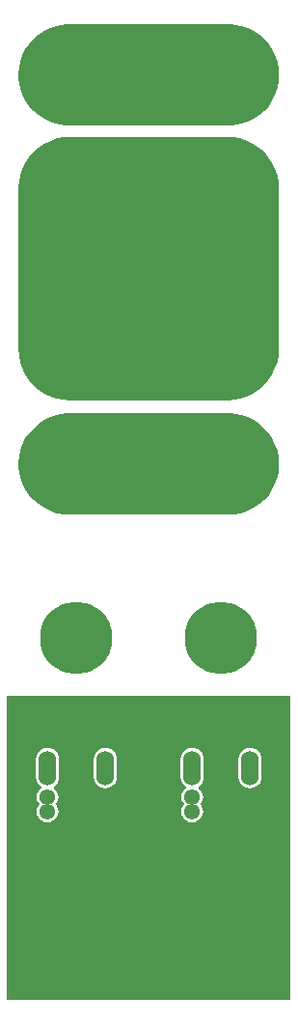
<source format=gbl>
G04 Layer_Physical_Order=2*
G04 Layer_Color=16711680*
%FSAX24Y24*%
%MOIN*%
G70*
G01*
G75*
%ADD12C,0.0543*%
%ADD13C,0.1575*%
%ADD14O,0.0600X0.1200*%
%ADD15C,0.2500*%
%ADD16R,0.9800X0.5900*%
G36*
X017866Y034750D02*
X018204Y034694D01*
X018421Y034620D01*
X018627Y034519D01*
X018818Y034391D01*
X018990Y034240D01*
X019141Y034068D01*
X019269Y033877D01*
X019370Y033671D01*
X019444Y033454D01*
X019489Y033229D01*
X019504Y033000D01*
X019489Y032771D01*
X019444Y032546D01*
X019370Y032329D01*
X019269Y032123D01*
X019141Y031932D01*
X018990Y031760D01*
X018818Y031609D01*
X018627Y031481D01*
X018421Y031380D01*
X018204Y031306D01*
X017880Y031251D01*
X017770Y031250D01*
X012250Y031250D01*
X012135D01*
X011796Y031306D01*
X011579Y031380D01*
X011373Y031481D01*
X011182Y031609D01*
X011010Y031760D01*
X010859Y031932D01*
X010731Y032123D01*
X010630Y032329D01*
X010556Y032546D01*
X010500Y032885D01*
Y033000D01*
X010500Y033000D01*
X010500Y033057D01*
X010511Y033229D01*
X010556Y033454D01*
X010630Y033671D01*
X010731Y033877D01*
X010859Y034068D01*
X011010Y034240D01*
X011182Y034391D01*
X011373Y034519D01*
X011579Y034620D01*
X011796Y034694D01*
X012135Y034750D01*
X012250D01*
X012250Y034750D01*
X017752Y034750D01*
X017866Y034750D01*
D02*
G37*
G36*
X019900Y014500D02*
X010100D01*
Y025000D01*
X019900D01*
Y014500D01*
D02*
G37*
G36*
X017866Y048187D02*
X018204Y048131D01*
X018421Y048057D01*
X018627Y047956D01*
X018818Y047828D01*
X018990Y047677D01*
X019141Y047505D01*
X019269Y047314D01*
X019370Y047108D01*
X019444Y046891D01*
X019489Y046666D01*
X019504Y046437D01*
X019489Y046208D01*
X019444Y045983D01*
X019370Y045766D01*
X019269Y045560D01*
X019141Y045369D01*
X018990Y045197D01*
X018818Y045046D01*
X018627Y044918D01*
X018421Y044817D01*
X018204Y044743D01*
X017880Y044688D01*
X017770Y044687D01*
X012250Y044687D01*
X012135D01*
X011796Y044743D01*
X011579Y044817D01*
X011373Y044918D01*
X011182Y045046D01*
X011010Y045197D01*
X010859Y045369D01*
X010731Y045560D01*
X010630Y045766D01*
X010556Y045983D01*
X010500Y046322D01*
Y046437D01*
X010500Y046437D01*
X010500Y046494D01*
X010511Y046666D01*
X010556Y046891D01*
X010630Y047108D01*
X010731Y047314D01*
X010859Y047505D01*
X011010Y047677D01*
X011182Y047828D01*
X011373Y047956D01*
X011579Y048057D01*
X011796Y048131D01*
X012135Y048187D01*
X012250D01*
X012250Y048187D01*
X017752Y048187D01*
X017866Y048187D01*
D02*
G37*
G36*
X017700Y044300D02*
X017759D01*
X017935Y044288D01*
X018167Y044242D01*
X018390Y044167D01*
X018602Y044062D01*
X018798Y043931D01*
X018976Y043776D01*
X019131Y043598D01*
X019262Y043402D01*
X019367Y043190D01*
X019442Y042967D01*
X019488Y042735D01*
X019500Y042559D01*
Y042500D01*
Y037000D01*
Y037000D01*
Y036941D01*
X019488Y036765D01*
X019442Y036533D01*
X019367Y036310D01*
X019262Y036098D01*
X019131Y035902D01*
X018976Y035724D01*
X018798Y035569D01*
X018602Y035438D01*
X018390Y035333D01*
X018167Y035258D01*
X017935Y035212D01*
X017759Y035200D01*
X017700D01*
X012300Y035200D01*
X012300Y035200D01*
X012241D01*
X012065Y035212D01*
X011833Y035258D01*
X011610Y035333D01*
X011398Y035438D01*
X011202Y035569D01*
X011024Y035724D01*
X010869Y035902D01*
X010738Y036098D01*
X010633Y036310D01*
X010558Y036533D01*
X010512Y036765D01*
X010500Y036941D01*
Y037000D01*
X010500Y042500D01*
X010500Y042500D01*
Y042559D01*
X010512Y042735D01*
X010558Y042967D01*
X010633Y043190D01*
X010738Y043402D01*
X010869Y043598D01*
X011024Y043776D01*
X011202Y043931D01*
X011398Y044062D01*
X011610Y044167D01*
X011833Y044242D01*
X012065Y044288D01*
X012241Y044300D01*
X012300D01*
X017700Y044300D01*
X017700Y044300D01*
D02*
G37*
%LPC*%
G36*
X011500Y023203D02*
X011396Y023190D01*
X011298Y023149D01*
X011215Y023085D01*
X011151Y023002D01*
X011110Y022904D01*
X011097Y022800D01*
Y022200D01*
X011110Y022096D01*
X011151Y021998D01*
X011215Y021915D01*
X011281Y021864D01*
X011287Y021813D01*
X011284Y021803D01*
X011235Y021765D01*
X011175Y021687D01*
X011138Y021597D01*
X011125Y021500D01*
X011138Y021403D01*
X011175Y021313D01*
X011223Y021250D01*
X011175Y021187D01*
X011138Y021097D01*
X011125Y021000D01*
X011138Y020903D01*
X011175Y020813D01*
X011235Y020735D01*
X011313Y020675D01*
X011403Y020638D01*
X011500Y020625D01*
X011597Y020638D01*
X011687Y020675D01*
X011765Y020735D01*
X011825Y020813D01*
X011862Y020903D01*
X011875Y021000D01*
X011862Y021097D01*
X011825Y021187D01*
X011777Y021250D01*
X011825Y021313D01*
X011862Y021403D01*
X011875Y021500D01*
X011862Y021597D01*
X011825Y021687D01*
X011765Y021765D01*
X011716Y021803D01*
X011713Y021813D01*
X011719Y021864D01*
X011785Y021915D01*
X011849Y021998D01*
X011890Y022096D01*
X011903Y022200D01*
Y022800D01*
X011890Y022904D01*
X011849Y023002D01*
X011785Y023085D01*
X011702Y023149D01*
X011604Y023190D01*
X011500Y023203D01*
D02*
G37*
G36*
X016500D02*
X016396Y023190D01*
X016298Y023149D01*
X016215Y023085D01*
X016151Y023002D01*
X016110Y022904D01*
X016097Y022800D01*
Y022200D01*
X016110Y022096D01*
X016151Y021998D01*
X016215Y021915D01*
X016281Y021864D01*
X016287Y021813D01*
X016284Y021803D01*
X016235Y021765D01*
X016175Y021687D01*
X016138Y021597D01*
X016125Y021500D01*
X016138Y021403D01*
X016175Y021313D01*
X016223Y021250D01*
X016175Y021187D01*
X016138Y021097D01*
X016125Y021000D01*
X016138Y020903D01*
X016175Y020813D01*
X016235Y020735D01*
X016313Y020675D01*
X016403Y020638D01*
X016500Y020625D01*
X016597Y020638D01*
X016687Y020675D01*
X016765Y020735D01*
X016825Y020813D01*
X016862Y020903D01*
X016875Y021000D01*
X016862Y021097D01*
X016825Y021187D01*
X016777Y021250D01*
X016825Y021313D01*
X016862Y021403D01*
X016875Y021500D01*
X016862Y021597D01*
X016825Y021687D01*
X016765Y021765D01*
X016716Y021803D01*
X016713Y021813D01*
X016719Y021864D01*
X016785Y021915D01*
X016849Y021998D01*
X016890Y022096D01*
X016903Y022200D01*
Y022800D01*
X016890Y022904D01*
X016849Y023002D01*
X016785Y023085D01*
X016702Y023149D01*
X016604Y023190D01*
X016500Y023203D01*
D02*
G37*
G36*
X018500D02*
X018396Y023190D01*
X018298Y023149D01*
X018215Y023085D01*
X018151Y023002D01*
X018110Y022904D01*
X018097Y022800D01*
Y022200D01*
X018110Y022096D01*
X018151Y021998D01*
X018215Y021915D01*
X018298Y021851D01*
X018396Y021810D01*
X018500Y021797D01*
X018604Y021810D01*
X018702Y021851D01*
X018785Y021915D01*
X018849Y021998D01*
X018890Y022096D01*
X018903Y022200D01*
Y022800D01*
X018890Y022904D01*
X018849Y023002D01*
X018785Y023085D01*
X018702Y023149D01*
X018604Y023190D01*
X018500Y023203D01*
D02*
G37*
G36*
X013500D02*
X013396Y023190D01*
X013298Y023149D01*
X013215Y023085D01*
X013151Y023002D01*
X013110Y022904D01*
X013097Y022800D01*
Y022200D01*
X013110Y022096D01*
X013151Y021998D01*
X013215Y021915D01*
X013298Y021851D01*
X013396Y021810D01*
X013500Y021797D01*
X013604Y021810D01*
X013702Y021851D01*
X013785Y021915D01*
X013849Y021998D01*
X013890Y022096D01*
X013903Y022200D01*
Y022800D01*
X013890Y022904D01*
X013849Y023002D01*
X013785Y023085D01*
X013702Y023149D01*
X013604Y023190D01*
X013500Y023203D01*
D02*
G37*
%LPD*%
D12*
X016500Y021500D02*
D03*
X011500D02*
D03*
Y021000D02*
D03*
X016500D02*
D03*
D13*
X015000Y042531D02*
D03*
Y046469D02*
D03*
Y033031D02*
D03*
Y036969D02*
D03*
D14*
X013500Y022500D02*
D03*
X012500D02*
D03*
X011500D02*
D03*
X018500D02*
D03*
X017500D02*
D03*
X016500D02*
D03*
D15*
X012500Y027000D02*
D03*
X017500D02*
D03*
X012500Y017500D02*
D03*
X017500D02*
D03*
D16*
X015000Y017450D02*
D03*
M02*

</source>
